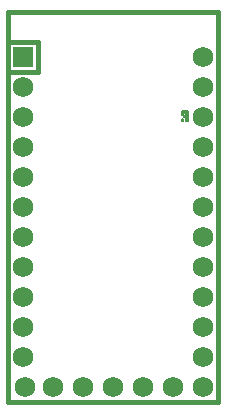
<source format=gbr>
%TF.GenerationSoftware,KiCad,Pcbnew,(6.0.9)*%
%TF.CreationDate,2022-12-06T22:09:41+00:00*%
%TF.ProjectId,PocketPad,506f636b-6574-4506-9164-2e6b69636164,rev?*%
%TF.SameCoordinates,Original*%
%TF.FileFunction,Legend,Bot*%
%TF.FilePolarity,Positive*%
%FSLAX46Y46*%
G04 Gerber Fmt 4.6, Leading zero omitted, Abs format (unit mm)*
G04 Created by KiCad (PCBNEW (6.0.9)) date 2022-12-06 22:09:41*
%MOMM*%
%LPD*%
G01*
G04 APERTURE LIST*
%ADD10C,0.381000*%
%ADD11C,0.150000*%
%ADD12R,1.752600X1.752600*%
%ADD13C,1.752600*%
G04 APERTURE END LIST*
D10*
%TO.C,MCU1*%
X29236000Y-54064750D02*
X47016000Y-54064750D01*
X29236000Y-21044750D02*
X29236000Y-54064750D01*
X31776000Y-23584750D02*
X29236000Y-23584750D01*
X31776000Y-26124750D02*
X29236000Y-26124750D01*
X47016000Y-21044750D02*
X29236000Y-21044750D01*
X31776000Y-23584750D02*
X31776000Y-26124750D01*
X47016000Y-54064750D02*
X47016000Y-21044750D01*
G36*
X44270635Y-29973780D02*
G01*
X44170635Y-29973780D01*
X44170635Y-29873780D01*
X44270635Y-29873780D01*
X44270635Y-29973780D01*
G37*
D11*
X44270635Y-29973780D02*
X44170635Y-29973780D01*
X44170635Y-29873780D01*
X44270635Y-29873780D01*
X44270635Y-29973780D01*
G36*
X44070635Y-30273780D02*
G01*
X43970635Y-30273780D01*
X43970635Y-30073780D01*
X44070635Y-30073780D01*
X44070635Y-30273780D01*
G37*
X44070635Y-30273780D02*
X43970635Y-30273780D01*
X43970635Y-30073780D01*
X44070635Y-30073780D01*
X44070635Y-30273780D01*
G36*
X44070635Y-29773780D02*
G01*
X43970635Y-29773780D01*
X43970635Y-29473780D01*
X44070635Y-29473780D01*
X44070635Y-29773780D01*
G37*
X44070635Y-29773780D02*
X43970635Y-29773780D01*
X43970635Y-29473780D01*
X44070635Y-29473780D01*
X44070635Y-29773780D01*
G36*
X44470635Y-29573780D02*
G01*
X43970635Y-29573780D01*
X43970635Y-29473780D01*
X44470635Y-29473780D01*
X44470635Y-29573780D01*
G37*
X44470635Y-29573780D02*
X43970635Y-29573780D01*
X43970635Y-29473780D01*
X44470635Y-29473780D01*
X44470635Y-29573780D01*
G36*
X44470635Y-30273780D02*
G01*
X44370635Y-30273780D01*
X44370635Y-29473780D01*
X44470635Y-29473780D01*
X44470635Y-30273780D01*
G37*
X44470635Y-30273780D02*
X44370635Y-30273780D01*
X44370635Y-29473780D01*
X44470635Y-29473780D01*
X44470635Y-30273780D01*
%TD*%
D12*
%TO.C,MCU1*%
X30506000Y-24854750D03*
D13*
X30506000Y-27394750D03*
X30506000Y-29934750D03*
X30506000Y-32474750D03*
X30506000Y-35014750D03*
X30506000Y-37554750D03*
X30506000Y-40094750D03*
X30506000Y-42634750D03*
X30506000Y-45174750D03*
X30506000Y-47714750D03*
X30506000Y-50254750D03*
X30734600Y-52794750D03*
X45746000Y-52794750D03*
X45746000Y-50254750D03*
X45746000Y-47714750D03*
X45746000Y-45174750D03*
X45746000Y-42634750D03*
X45746000Y-40094750D03*
X45746000Y-37554750D03*
X45746000Y-35014750D03*
X45746000Y-32474750D03*
X45746000Y-29934750D03*
X45746000Y-27394750D03*
X45746000Y-24854750D03*
X33046000Y-52794750D03*
X35586000Y-52794750D03*
X38126000Y-52794750D03*
X40666000Y-52794750D03*
X43206000Y-52794750D03*
%TD*%
M02*

</source>
